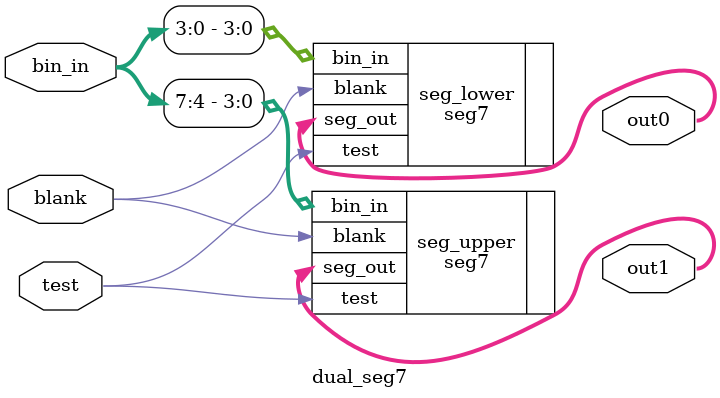
<source format=sv>
module dual_seg7 (
    input logic [7:0] bin_in,    // 8位二进制输入
    input logic blank,           // 熄灭控制信号（高电平有效）
    input logic test,            // 测试控制信号（高电平有效）
    output logic [6:0] out1,     // 第一个段显示的7位输出
    output logic [6:0] out0      // 第二个段显示的7位输出
);

    // 实例化上半字节
    seg7 seg_upper (
        .bin_in(bin_in[7:4]),    // 连接上半字节
        .blank(blank),           // 连接熄灭信号
        .test(test),             // 连接测试信号
        .seg_out(out1)           // 连接到out1
    );

    // 实例化下半字节
    seg7 seg_lower (
        .bin_in(bin_in[3:0]),    // 连接下半字节
        .blank(blank),           // 连接熄灭信号
        .test(test),             // 连接测试信号
        .seg_out(out0)           // 连接到out0
    );

endmodule

</source>
